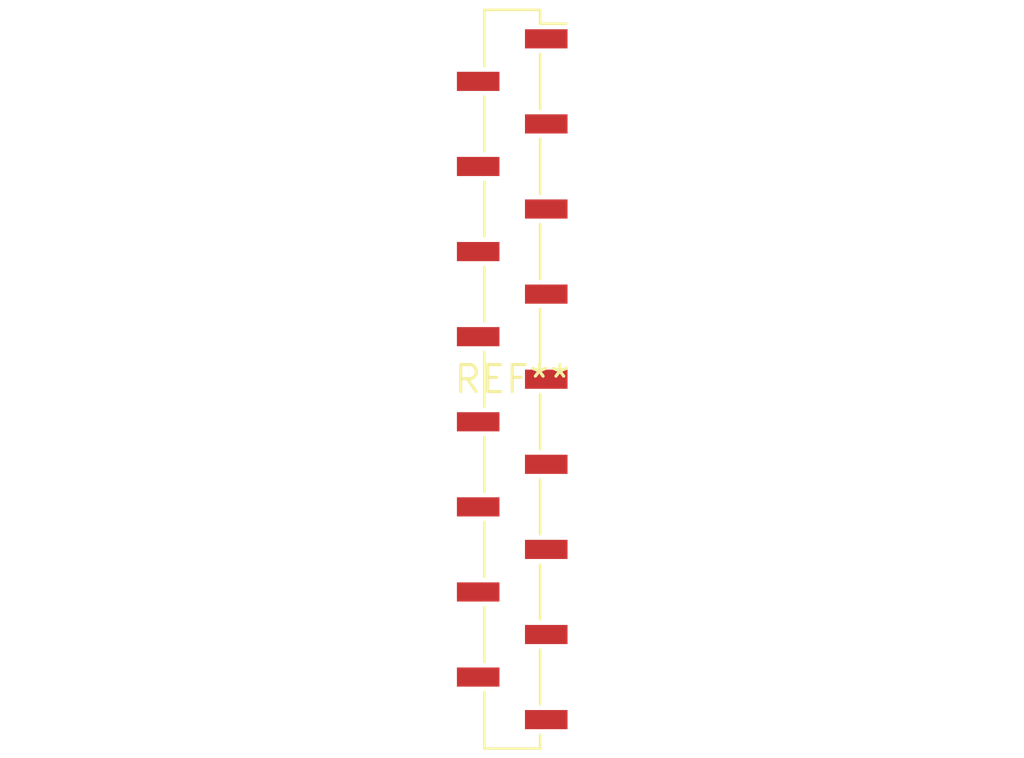
<source format=kicad_pcb>
(kicad_pcb (version 20240108) (generator pcbnew)
  (layers (0 "F.Cu" signal) (31 "B.Cu" signal) (34 "B.Paste" user) (35 "F.Paste" user) (36 "B.SilkS" user "B.Silkscreen") (37 "F.SilkS" user "F.Silkscreen") (38 "B.Mask" user) (39 "F.Mask" user) (44 "Edge.Cuts" user))
  (net 0 "")
  (footprint "PinSocket_1x17_P2.00mm_Vertical_SMD_Pin1Right" (layer "F.Cu") (at 0 0)
    (property "Reference" "REF**")
    (property "Value" "PinSocket_1x17_P2.00mm_Vertical_SMD_Pin1Right")
    (fp_line (start -1.31 -17.36) (end -1.31 -14.71) (layer "F.SilkS") (stroke (width 0.12)))
    (fp_line (start -1.31 -17.36) (end 1.31 -17.36) (layer "F.SilkS") (stroke (width 0.12)))
    (fp_line (start -1.31 -13.29) (end -1.31 -10.71) (layer "F.SilkS") (stroke (width 0.12)))
    (fp_line (start -1.31 -9.29) (end -1.31 -6.71) (layer "F.SilkS") (stroke (width 0.12)))
    (fp_line (start -1.31 -5.29) (end -1.31 -2.71) (layer "F.SilkS") (stroke (width 0.12)))
    (fp_line (start -1.31 -1.29) (end -1.31 1.29) (layer "F.SilkS") (stroke (width 0.12)))
    (fp_line (start -1.31 2.71) (end -1.31 5.29) (layer "F.SilkS") (stroke (width 0.12)))
    (fp_line (start -1.31 6.71) (end -1.31 9.29) (layer "F.SilkS") (stroke (width 0.12)))
    (fp_line (start -1.31 10.71) (end -1.31 13.29) (layer "F.SilkS") (stroke (width 0.12)))
    (fp_line (start -1.31 14.71) (end -1.31 17.36) (layer "F.SilkS") (stroke (width 0.12)))
    (fp_line (start -1.31 17.36) (end 1.31 17.36) (layer "F.SilkS") (stroke (width 0.12)))
    (fp_line (start 1.31 -17.36) (end 1.31 -16.71) (layer "F.SilkS") (stroke (width 0.12)))
    (fp_line (start 1.31 -16.71) (end 2.54 -16.71) (layer "F.SilkS") (stroke (width 0.12)))
    (fp_line (start 1.31 -15.29) (end 1.31 -12.71) (layer "F.SilkS") (stroke (width 0.12)))
    (fp_line (start 1.31 -11.29) (end 1.31 -8.71) (layer "F.SilkS") (stroke (width 0.12)))
    (fp_line (start 1.31 -7.29) (end 1.31 -4.71) (layer "F.SilkS") (stroke (width 0.12)))
    (fp_line (start 1.31 -3.29) (end 1.31 -0.71) (layer "F.SilkS") (stroke (width 0.12)))
    (fp_line (start 1.31 0.71) (end 1.31 3.29) (layer "F.SilkS") (stroke (width 0.12)))
    (fp_line (start 1.31 4.71) (end 1.31 7.29) (layer "F.SilkS") (stroke (width 0.12)))
    (fp_line (start 1.31 8.71) (end 1.31 11.29) (layer "F.SilkS") (stroke (width 0.12)))
    (fp_line (start 1.31 12.71) (end 1.31 15.29) (layer "F.SilkS") (stroke (width 0.12)))
    (fp_line (start 1.31 16.71) (end 1.31 17.36) (layer "F.SilkS") (stroke (width 0.12)))
    (pad "1" smd rect (at 1.6 -16) (size 2 0.9) (layers "F.Cu" "F.Paste" "F.Mask"))
    (pad "2" smd rect (at -1.6 -14) (size 2 0.9) (layers "F.Cu" "F.Paste" "F.Mask"))
    (pad "3" smd rect (at 1.6 -12) (size 2 0.9) (layers "F.Cu" "F.Paste" "F.Mask"))
    (pad "4" smd rect (at -1.6 -10) (size 2 0.9) (layers "F.Cu" "F.Paste" "F.Mask"))
    (pad "5" smd rect (at 1.6 -8) (size 2 0.9) (layers "F.Cu" "F.Paste" "F.Mask"))
    (pad "6" smd rect (at -1.6 -6) (size 2 0.9) (layers "F.Cu" "F.Paste" "F.Mask"))
    (pad "7" smd rect (at 1.6 -4) (size 2 0.9) (layers "F.Cu" "F.Paste" "F.Mask"))
    (pad "8" smd rect (at -1.6 -2) (size 2 0.9) (layers "F.Cu" "F.Paste" "F.Mask"))
    (pad "9" smd rect (at 1.6 0) (size 2 0.9) (layers "F.Cu" "F.Paste" "F.Mask"))
    (pad "10" smd rect (at -1.6 2) (size 2 0.9) (layers "F.Cu" "F.Paste" "F.Mask"))
    (pad "11" smd rect (at 1.6 4) (size 2 0.9) (layers "F.Cu" "F.Paste" "F.Mask"))
    (pad "12" smd rect (at -1.6 6) (size 2 0.9) (layers "F.Cu" "F.Paste" "F.Mask"))
    (pad "13" smd rect (at 1.6 8) (size 2 0.9) (layers "F.Cu" "F.Paste" "F.Mask"))
    (pad "14" smd rect (at -1.6 10) (size 2 0.9) (layers "F.Cu" "F.Paste" "F.Mask"))
    (pad "15" smd rect (at 1.6 12) (size 2 0.9) (layers "F.Cu" "F.Paste" "F.Mask"))
    (pad "16" smd rect (at -1.6 14) (size 2 0.9) (layers "F.Cu" "F.Paste" "F.Mask"))
    (pad "17" smd rect (at 1.6 16) (size 2 0.9) (layers "F.Cu" "F.Paste" "F.Mask"))
  )
)
</source>
